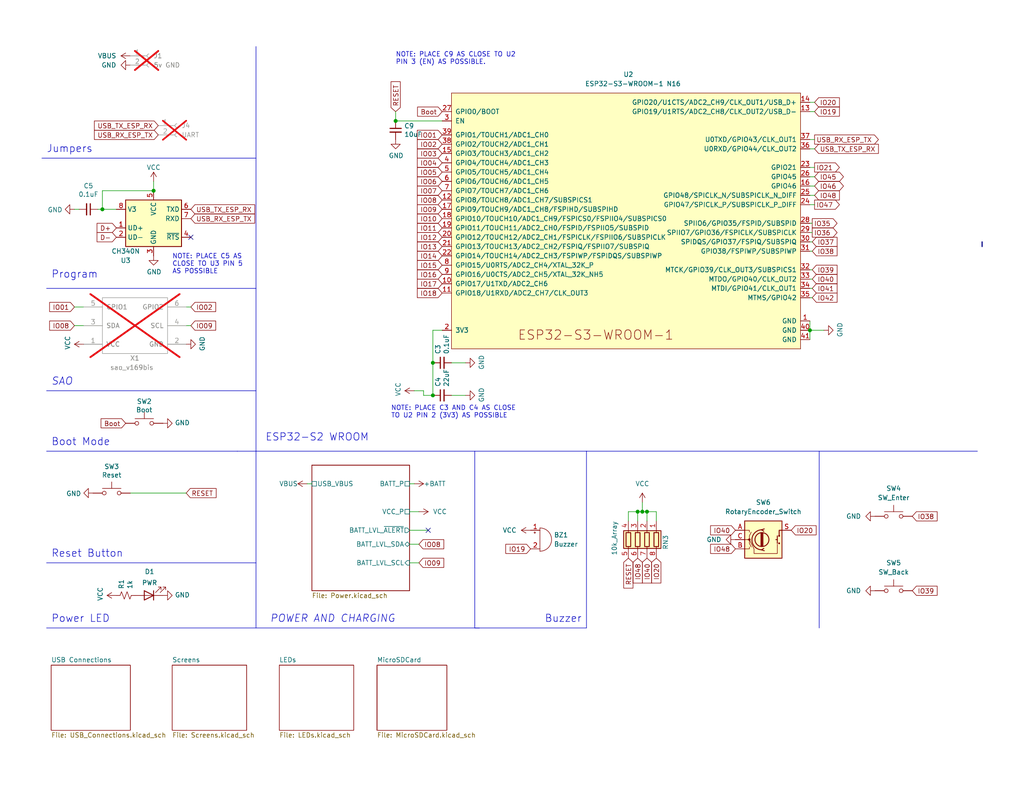
<source format=kicad_sch>
(kicad_sch (version 20231120) (generator "eeschema") (generator_version "8.0")
  (paper "USLetter")
  (title_block (title "CactusCon") (date "2024-11-23") (rev "v1.3") (company "BadgePirates") (comment 1 "2 Input Buttons  /Rotary Dial / SPI TFT w/Touch") (comment 2 "Lipo Charger / 14500 Battery x2 / Fuel Guage") (comment 3 "USB to Serial Connector / MicroSD / Buzzer") (comment 4 "ESP32-S3 WROOM (WIFI/BTLE) - N16"))
  (lib_symbols
    (symbol "BadgePirates:Badgelife_sao_connector_v169bis" (pin_names (offset 1.016))
      (property "Reference" "X" (at 0 0 0))
      (property "Value" "Badgelife_sao_connector_v169bis" (at 0 20.32 0))
      (symbol "Badgelife_sao_connector_v169bis_0_1"
        (rectangle (start -7.62 8.89) (end 7.62 -8.89))
      )
      (symbol "Badgelife_sao_connector_v169bis_1_1"
        (pin input line (at -5.08 13.97 270) (length 5.08) (name "VCC") (number "1"))
        (pin input line (at -5.08 -13.97 90) (length 5.08) (name "GND") (number "2"))
        (pin input line (at 0 13.97 270) (length 5.08) (name "SDA") (number "3"))
        (pin input line (at 0 -13.97 90) (length 5.08) (name "SCL") (number "4"))
        (pin input line (at 5.08 13.97 270) (length 5.08) (name "GPIO1") (number "5"))
        (pin input line (at 5.08 -13.97 90) (length 5.08) (name "GPIO2") (number "6"))
      )
    )
    (symbol "BadgePirates:CH330N"
      (property "Reference" "U3" (at -7.62 -11.43 0))
      (property "Value" "CH340N" (at -7.62 -8.89 0))
      (symbol "CH330N_0_1"
        (rectangle (start -7.62 5.08) (end 7.62 -7.62) (stroke (width 0.254)) (fill (type background)))
      )
      (symbol "CH330N_1_1"
        (pin bidirectional line (at -10.16 -2.54 0) (length 2.54) (name "UD+") (number "1"))
        (pin bidirectional line (at -10.16 -5.08 0) (length 2.54) (name "UD-") (number "2"))
        (pin power_in line (at 0 -10.16 90) (length 2.54) (name "GND") (number "3"))
        (pin output line (at 10.16 -5.08 180) (length 2.54) (name "~{RTS}") (number "4"))
        (pin power_in line (at 0 7.62 270) (length 2.54) (name "VCC") (number "5"))
        (pin output line (at 10.16 2.54 180) (length 2.54) (name "TXD") (number "6"))
        (pin input line (at 10.16 0 180) (length 2.54) (name "RXD") (number "7"))
        (pin passive line (at -10.16 2.54 0) (length 2.54) (name "V3") (number "8"))
      )
    )
    (symbol "BadgePirates:C_.1uf_0805" (pin_numbers hide) (pin_names (offset 0.254) hide)
      (property "Reference" "C_.1uf_0805" (at 2.3368 1.1684 0))
      (property "Value" "0.1uF" (at 2.3368 -1.143 0))
      (symbol "C_.1uf_0805_0_1"
        (polyline (pts (xy -1.524 -0.508) (xy 1.524 -0.508)) (stroke (width 0.3302)))
        (polyline (pts (xy -1.524 0.508) (xy 1.524 0.508)) (stroke (width 0.3048)))
      )
      (symbol "C_.1uf_0805_1_1"
        (pin passive line (at 0 2.54 270) (length 2.032) (name "~") (number "1"))
        (pin passive line (at 0 -2.54 90) (length 2.032) (name "~") (number "2"))
      )
    )
    (symbol "BadgePirates:ESP32-S3-WROOM-1-N8" (pin_names (offset 1.016))
      (property "Reference" "U2" (at 8.89 39.37 0))
      (property "Value" "ESP32-S3-WROOM-1-N8" (at 10.16 36.83 0))
      (symbol "ESP32-S3-WROOM-1-N8_0_0"
        (rectangle (start -39.37 34.29) (end 55.88 -35.56) (fill (type background)))
        (text "ESP32-S3-WROOM-1" (at 0 -31.75 0) (effects (font (size 2.54 2.54))))
        (pin power_in line (at 58.42 -27.94 180) (length 2.54) (name "GND") (number "1"))
        (pin bidirectional line (at -41.91 -17.78 0) (length 2.54) (name "GPIO17/U1TXD/ADC2_CH6") (number "10"))
        (pin bidirectional line (at -41.91 -20.32 0) (length 2.54) (name "GPIO18/U1RXD/ADC2_CH7/CLK_OUT3") (number "11"))
        (pin bidirectional line (at -41.91 5.08 0) (length 2.54) (name "GPIO8/TOUCH8/ADC1_CH7/SUBSPICS1") (number "12"))
        (pin bidirectional line (at 58.42 29.21 180) (length 2.54) (name "GPIO19/U1RTS/ADC2_CH8/CLK_OUT2/USB_D-") (number "13"))
        (pin bidirectional line (at 58.42 31.75 180) (length 2.54) (name "GPIO20/U1CTS/ADC2_CH9/CLK_OUT1/USB_D+") (number "14"))
        (pin bidirectional line (at -41.91 17.78 0) (length 2.54) (name "GPIO3/TOUCH3/ADC1_CH2") (number "15"))
        (pin bidirectional line (at 58.42 8.89 180) (length 2.54) (name "GPIO46") (number "16"))
        (pin bidirectional line (at -41.91 2.54 0) (length 2.54) (name "GPIO9/TOUCH9/ADC1_CH8/FSPIHD/SUBSPIHD") (number "17"))
        (pin bidirectional line (at -41.91 0 0) (length 2.54) (name "GPIO10/TOUCH10/ADC1_CH9/FSPICS0/FSPIIO4/SUBSPICS0") (number "18"))
        (pin bidirectional line (at -41.91 -2.54 0) (length 2.54) (name "GPIO11/TOUCH11/ADC2_CH0/FSPID/FSPIIO5/SUBSPID") (number "19"))
        (pin power_in line (at -41.91 -30.48 0) (length 2.54) (name "3V3") (number "2"))
        (pin bidirectional line (at -41.91 -5.08 0) (length 2.54) (name "GPIO12/TOUCH12/ADC2_CH1/FSPICLK/FSPIIO6/SUBSPICLK") (number "20"))
        (pin bidirectional line (at -41.91 -7.62 0) (length 2.54) (name "GPIO13/TOUCH13/ADC2_CH2/FSPIQ/FSPIIO7/SUBSPIQ") (number "21"))
        (pin bidirectional line (at -41.91 -10.16 0) (length 2.54) (name "GPIO14/TOUCH14/ADC2_CH3/FSPIWP/FSPIDQS/SUBSPIWP") (number "22"))
        (pin bidirectional line (at 58.42 13.97 180) (length 2.54) (name "GPIO21") (number "23"))
        (pin bidirectional line (at 58.42 3.81 180) (length 2.54) (name "GPIO47/SPICLK_P/SUBSPICLK_P_DIFF") (number "24"))
        (pin bidirectional line (at 58.42 6.35 180) (length 2.54) (name "GPIO48/SPICLK_N/SUBSPICLK_N_DIFF") (number "25"))
        (pin bidirectional line (at 58.42 11.43 180) (length 2.54) (name "GPIO45") (number "26"))
        (pin bidirectional line (at -41.91 29.21 0) (length 2.54) (name "GPIO0/BOOT") (number "27"))
        (pin bidirectional line (at 58.42 -1.27 180) (length 2.54) (name "SPIIO6/GPIO35/FSPID/SUBSPID") (number "28"))
        (pin bidirectional line (at 58.42 -3.81 180) (length 2.54) (name "SPIIO7/GPIO36/FSPICLK/SUBSPICLK") (number "29"))
        (pin input line (at -41.91 26.67 0) (length 2.54) (name "EN") (number "3"))
        (pin bidirectional line (at 58.42 -6.35 180) (length 2.54) (name "SPIDQS/GPIO37/FSPIQ/SUBSPIQ") (number "30"))
        (pin bidirectional line (at 58.42 -8.89 180) (length 2.54) (name "GPIO38/FSPIWP/SUBSPIWP") (number "31"))
        (pin bidirectional line (at 58.42 -13.97 180) (length 2.54) (name "MTCK/GPIO39/CLK_OUT3/SUBSPICS1") (number "32"))
        (pin bidirectional line (at 58.42 -16.51 180) (length 2.54) (name "MTDO/GPIO40/CLK_OUT2") (number "33"))
        (pin bidirectional line (at 58.42 -19.05 180) (length 2.54) (name "MTDI/GPIO41/CLK_OUT1") (number "34"))
        (pin bidirectional line (at 58.42 -21.59 180) (length 2.54) (name "MTMS/GPIO42") (number "35"))
        (pin bidirectional line (at 58.42 19.05 180) (length 2.54) (name "U0RXD/GPIO44/CLK_OUT2") (number "36"))
        (pin bidirectional line (at 58.42 21.59 180) (length 2.54) (name "U0TXD/GPIO43/CLK_OUT1") (number "37"))
        (pin bidirectional line (at -41.91 20.32 0) (length 2.54) (name "GPIO2/TOUCH2/ADC1_CH1") (number "38"))
        (pin bidirectional line (at -41.91 22.86 0) (length 2.54) (name "GPIO1/TOUCH1/ADC1_CH0") (number "39"))
        (pin bidirectional line (at -41.91 15.24 0) (length 2.54) (name "GPIO4/TOUCH4/ADC1_CH3") (number "4"))
        (pin power_in line (at 58.42 -30.48 180) (length 2.54) (name "GND") (number "40"))
        (pin power_in line (at 58.42 -33.02 180) (length 2.54) (name "GND") (number "41"))
        (pin bidirectional line (at -41.91 12.7 0) (length 2.54) (name "GPIO5/TOUCH5/ADC1_CH4") (number "5"))
        (pin bidirectional line (at -41.91 10.16 0) (length 2.54) (name "GPIO6/TOUCH6/ADC1_CH5") (number "6"))
        (pin bidirectional line (at -41.91 7.62 0) (length 2.54) (name "GPIO7/TOUCH7/ADC1_CH6") (number "7"))
        (pin bidirectional line (at -41.91 -12.7 0) (length 2.54) (name "GPIO15/U0RTS/ADC2_CH4/XTAL_32K_P") (number "8"))
        (pin bidirectional line (at -41.91 -15.24 0) (length 2.54) (name "GPIO16/U0CTS/ADC2_CH5/XTAL_32K_NH5") (number "9"))
      )
    )
    (symbol "BadgePirates:SW_Push" (pin_numbers hide) (pin_names (offset 1.016) hide)
      (property "Reference" "SW_Push" (at 0 7.239 0))
      (property "Value" "Reset" (at 0 4.9276 0))
      (symbol "SW_Push_0_1"
        (circle (center -2.032 0) (radius 0.508))
        (polyline (pts (xy 0 1.27) (xy 0 3.048)))
        (polyline (pts (xy 2.54 1.27) (xy -2.54 1.27)))
        (circle (center 2.032 0) (radius 0.508))
        (pin passive line (at -5.08 0 0) (length 2.54) (name "1") (number "1"))
        (pin passive line (at 5.08 0 180) (length 2.54) (name "2") (number "2"))
      )
    )
    (symbol "Connector:Conn_01x02_Female" (pin_names (offset 1.016) hide)
      (property "Reference" "J" (at 0 2.54 0))
      (property "Value" "Conn_01x02_Female" (at 0 -5.08 0))
      (symbol "Conn_01x02_Female_1_1"
        (arc (start 0 -2.032) (mid -0.5058 -2.54) (end 0 -3.048) (stroke (width 0.1524)))
        (polyline (pts (xy -1.27 -2.54) (xy -0.508 -2.54)) (stroke (width 0.1524)))
        (polyline (pts (xy -1.27 0) (xy -0.508 0)) (stroke (width 0.1524)))
        (arc (start 0 0.508) (mid -0.5058 0) (end 0 -0.508) (stroke (width 0.1524)))
        (pin passive line (at -5.08 0 0) (length 3.81) (name "Pin_1") (number "1"))
        (pin passive line (at -5.08 -2.54 0) (length 3.81) (name "Pin_2") (number "2"))
      )
    )
    (symbol "Device:Buzzer" (pin_names (offset 0.0254) hide)
      (property "Reference" "BZ" (at 3.81 1.27 0))
      (property "Value" "Buzzer" (at 3.81 -1.27 0))
      (symbol "Buzzer_0_1"
        (arc (start 0 -3.175) (mid 3.1612 0) (end 0 3.175))
        (polyline (pts (xy -1.651 1.905) (xy -1.143 1.905)))
        (polyline (pts (xy -1.397 2.159) (xy -1.397 1.651)))
        (polyline (pts (xy 0 3.175) (xy 0 -3.175)))
      )
      (symbol "Buzzer_1_1"
        (pin passive line (at -2.54 2.54 0) (length 2.54) (name "-") (number "1"))
        (pin passive line (at -2.54 -2.54 0) (length 2.54) (name "+") (number "2"))
      )
    )
    (symbol "Device:C_Small" (pin_numbers hide) (pin_names (offset 0.254) hide)
      (property "Reference" "C" (at 0.254 1.778 0))
      (property "Value" "C_Small" (at 0.254 -2.032 0))
      (symbol "C_Small_0_1"
        (polyline (pts (xy -1.524 -0.508) (xy 1.524 -0.508)) (stroke (width 0.3302)))
        (polyline (pts (xy -1.524 0.508) (xy 1.524 0.508)) (stroke (width 0.3048)))
      )
      (symbol "C_Small_1_1"
        (pin passive line (at 0 2.54 270) (length 2.032) (name "~") (number "1"))
        (pin passive line (at 0 -2.54 90) (length 2.032) (name "~") (number "2"))
      )
    )
    (symbol "Device:LED" (pin_numbers hide) (pin_names (offset 1.016) hide)
      (property "Reference" "D" (at 0 2.54 0))
      (property "Value" "LED" (at 0 -2.54 0))
      (symbol "LED_0_1"
        (polyline (pts (xy -1.27 -1.27) (xy -1.27 1.27)) (stroke (width 0.254)))
        (polyline (pts (xy -1.27 0) (xy 1.27 0)))
        (polyline (pts (xy 1.27 -1.27) (xy 1.27 1.27) (xy -1.27 0) (xy 1.27 -1.27)) (stroke (width 0.254)))
        (polyline (pts (xy -3.048 -0.762) (xy -4.572 -2.286) (xy -3.81 -2.286) (xy -4.572 -2.286) (xy -4.572 -1.524)))
        (polyline (pts (xy -1.778 -0.762) (xy -3.302 -2.286) (xy -2.54 -2.286) (xy -3.302 -2.286) (xy -3.302 -1.524)))
      )
      (symbol "LED_1_1"
        (pin passive line (at -3.81 0 0) (length 2.54) (name "K") (number "1"))
        (pin passive line (at 3.81 0 180) (length 2.54) (name "A") (number "2"))
      )
    )
    (symbol "Device:R_Pack04" (pin_names (offset 0) hide)
      (property "Reference" "RN" (at -7.62 0 90))
      (property "Value" "R_Pack04" (at 5.08 0 90))
      (symbol "R_Pack04_0_1"
        (rectangle (start -6.35 -2.413) (end 3.81 2.413) (stroke (width 0.254)) (fill (type background)))
        (rectangle (start -5.715 1.905) (end -4.445 -1.905) (stroke (width 0.254)))
        (rectangle (start -3.175 1.905) (end -1.905 -1.905) (stroke (width 0.254)))
        (rectangle (start -0.635 1.905) (end 0.635 -1.905) (stroke (width 0.254)))
        (polyline (pts (xy -5.08 -2.54) (xy -5.08 -1.905)))
        (polyline (pts (xy -5.08 1.905) (xy -5.08 2.54)))
        (polyline (pts (xy -2.54 -2.54) (xy -2.54 -1.905)))
        (polyline (pts (xy -2.54 1.905) (xy -2.54 2.54)))
        (polyline (pts (xy 0 -2.54) (xy 0 -1.905)))
        (polyline (pts (xy 0 1.905) (xy 0 2.54)))
        (polyline (pts (xy 2.54 -2.54) (xy 2.54 -1.905)))
        (polyline (pts (xy 2.54 1.905) (xy 2.54 2.54)))
        (rectangle (start 1.905 1.905) (end 3.175 -1.905) (stroke (width 0.254)))
      )
      (symbol "R_Pack04_1_1"
        (pin passive line (at -5.08 -5.08 90) (length 2.54) (name "R1.1") (number "1"))
        (pin passive line (at -2.54 -5.08 90) (length 2.54) (name "R2.1") (number "2"))
        (pin passive line (at 0 -5.08 90) (length 2.54) (name "R3.1") (number "3"))
        (pin passive line (at 2.54 -5.08 90) (length 2.54) (name "R4.1") (number "4"))
        (pin passive line (at 2.54 5.08 270) (length 2.54) (name "R4.2") (number "5"))
        (pin passive line (at 0 5.08 270) (length 2.54) (name "R3.2") (number "6"))
        (pin passive line (at -2.54 5.08 270) (length 2.54) (name "R2.2") (number "7"))
        (pin passive line (at -5.08 5.08 270) (length 2.54) (name "R1.2") (number "8"))
      )
    )
    (symbol "Device:R_Small_US" (pin_numbers hide) (pin_names (offset 0.254) hide)
      (property "Reference" "R" (at 0.762 0.508 0))
      (property "Value" "R_Small_US" (at 0.762 -1.016 0))
      (symbol "R_Small_US_1_1"
        (polyline (pts (xy 0 0) (xy 1.016 -0.381) (xy 0 -0.762) (xy -1.016 -1.143) (xy 0 -1.524)))
        (polyline (pts (xy 0 1.524) (xy 1.016 1.143) (xy 0 0.762) (xy -1.016 0.381) (xy 0 0)))
        (pin passive line (at 0 2.54 270) (length 1.016) (name "~") (number "1"))
        (pin passive line (at 0 -2.54 90) (length 1.016) (name "~") (number "2"))
      )
    )
    (symbol "RedVillage:RotaryEncoder_Switch" (pin_names (offset 0.254) hide)
      (property "Reference" "SW" (at 0 6.604 0))
      (property "Value" "RotaryEncoder_Switch" (at 0 -6.604 0))
      (symbol "RotaryEncoder_Switch_0_1"
        (rectangle (start -5.08 5.08) (end 5.08 -5.08) (stroke (width 0.254)) (fill (type background)))
        (circle (center -3.81 0) (radius 0.254) (fill (type outline)))
        (circle (center -0.381 0) (radius 1.905) (stroke (width 0.254)))
        (arc (start -0.381 2.667) (mid -3.0988 -0.0635) (end -0.381 -2.794) (stroke (width 0.254)))
        (polyline (pts (xy -0.635 -1.778) (xy -0.635 1.778)) (stroke (width 0.254)))
        (polyline (pts (xy -0.381 -1.778) (xy -0.381 1.778)) (stroke (width 0.254)))
        (polyline (pts (xy -0.127 1.778) (xy -0.127 -1.778)) (stroke (width 0.254)))
        (polyline (pts (xy 3.81 0) (xy 3.429 0)) (stroke (width 0.254)))
        (polyline (pts (xy 3.81 1.016) (xy 3.81 -1.016)) (stroke (width 0.254)))
        (polyline (pts (xy -5.08 -2.54) (xy -3.81 -2.54) (xy -3.81 -2.032)))
        (polyline (pts (xy -5.08 2.54) (xy -3.81 2.54) (xy -3.81 2.032)))
        (polyline (pts (xy 0.254 -3.048) (xy -0.508 -2.794) (xy 0.127 -2.413)) (stroke (width 0.254)))
        (polyline (pts (xy 0.254 2.921) (xy -0.508 2.667) (xy 0.127 2.286)) (stroke (width 0.254)))
        (polyline (pts (xy 5.08 2.54) (xy 4.318 2.54) (xy 4.318 1.016)) (stroke (width 0.254)))
        (polyline (pts (xy -5.08 0) (xy -3.81 0) (xy -3.81 -1.016) (xy -3.302 -2.032)))
        (polyline (pts (xy -4.318 0) (xy -3.81 0) (xy -3.81 1.016) (xy -3.302 2.032)))
        (polyline (pts (xy 3.81 -1.27) (xy 3.81 -3.81) (xy -2.54 -3.81) (xy -2.54 -2.54) (xy -3.81 0)) (stroke (width 0.1524)))
        (circle (center 4.318 -1.016) (radius 0.127) (stroke (width 0.254)))
        (circle (center 4.318 1.016) (radius 0.127) (stroke (width 0.254)))
      )
      (symbol "RotaryEncoder_Switch_1_1"
        (pin passive line (at -7.62 2.54 0) (length 2.54) (name "A") (number "A"))
        (pin passive line (at -7.62 -2.54 0) (length 2.54) (name "B") (number "B"))
        (pin passive line (at -7.62 0 0) (length 2.54) (name "C") (number "C"))
        (pin passive line (at 7.62 2.54 180) (length 2.54) (name "S") (number "S"))
      )
    )
    (symbol "Switch:SW_Push" (pin_numbers hide) (pin_names (offset 1.016) hide)
      (property "Reference" "SW" (at 1.27 2.54 0))
      (property "Value" "SW_Push" (at 0 -1.524 0))
      (symbol "SW_Push_0_1"
        (circle (center -2.032 0) (radius 0.508))
        (polyline (pts (xy 0 1.27) (xy 0 3.048)))
        (polyline (pts (xy 2.54 1.27) (xy -2.54 1.27)))
        (circle (center 2.032 0) (radius 0.508))
        (pin passive line (at -5.08 0 0) (length 2.54) (name "1") (number "1"))
        (pin passive line (at 5.08 0 180) (length 2.54) (name "2") (number "2"))
      )
    )
    (symbol "VCC_2" (power) (pin_names (offset 0))
      (property "Value" "VCC_2" (at 0 3.81 0))
      (symbol "VCC_2_0_1"
        (polyline (pts (xy -0.762 1.27) (xy 0 2.54)))
        (polyline (pts (xy 0 0) (xy 0 2.54)))
        (polyline (pts (xy 0 2.54) (xy 0.762 1.27)))
      )
      (symbol "VCC_2_1_1"
        (pin power_in line (at 0 0 90) (length 0) hide (name "VCC") (number "1"))
      )
    )
    (symbol "power:+BATT" (power) (pin_names (offset 0))
      (property "Value" "+BATT" (at 0 3.556 0))
      (symbol "+BATT_0_1"
        (polyline (pts (xy -0.762 1.27) (xy 0 2.54)))
        (polyline (pts (xy 0 0) (xy 0 2.54)))
        (polyline (pts (xy 0 2.54) (xy 0.762 1.27)))
      )
      (symbol "+BATT_1_1"
        (pin power_in line (at 0 0 90) (length 0) hide (name "+BATT") (number "1"))
      )
    )
    (symbol "power:GND" (power) (pin_names (offset 0))
      (property "Value" "GND" (at 0 -3.81 0))
      (symbol "GND_0_1"
        (polyline (pts (xy 0 0) (xy 0 -1.27) (xy 1.27 -1.27) (xy 0 -2.54) (xy -1.27 -1.27) (xy 0 -1.27)))
      )
      (symbol "GND_1_1"
        (pin power_in line (at 0 0 270) (length 0) hide (name "GND") (number "1"))
      )
    )
    (symbol "power:VBUS" (power) (pin_names (offset 0))
      (property "Value" "VBUS" (at 0 3.81 0))
      (symbol "VBUS_0_1"
        (polyline (pts (xy -0.762 1.27) (xy 0 2.54)))
        (polyline (pts (xy 0 0) (xy 0 2.54)))
        (polyline (pts (xy 0 2.54) (xy 0.762 1.27)))
      )
      (symbol "VBUS_1_1"
        (pin power_in line (at 0 0 90) (length 0) hide (name "VBUS") (number "1"))
      )
    )
    (symbol "power:VCC" (power) (pin_names (offset 0))
      (property "Value" "VCC" (at 0 3.81 0))
      (symbol "VCC_0_1"
        (polyline (pts (xy -0.762 1.27) (xy 0 2.54)))
        (polyline (pts (xy 0 0) (xy 0 2.54)))
        (polyline (pts (xy 0 2.54) (xy 0.762 1.27)))
      )
      (symbol "VCC_1_1"
        (pin power_in line (at 0 0 90) (length 0) hide (name "VCC") (number "1"))
      )
    )
  )
  (junction (at 27.94 57.15))
  (junction (at 118.11 107.95))
  (junction (at 107.95 33.02))
  (junction (at 41.91 52.07))
  (junction (at 176.53 139.7))
  (junction (at 173.99 139.7))
  (junction (at 175.26 139.7))
  (junction (at 220.98 90.17))
  (junction (at 118.11 99.06))
  (no_connect (at 52.07 64.77))
  (no_connect (at 116.84 144.78))
  (wire (pts (xy 179.07 142.24) (xy 179.07 139.7)))
  (wire (pts (xy 111.76 148.59) (xy 114.3 148.59)))
  (wire (pts (xy 221.615 81.28) (xy 220.98 81.28)))
  (wire (pts (xy 118.11 90.17) (xy 120.65 90.17)))
  (polyline (pts (xy 64.77 123.19) (xy 69.85 123.19)))
  (wire (pts (xy 20.32 83.82) (xy 22.86 83.82)))
  (wire (pts (xy 118.11 99.06) (xy 118.11 90.17)))
  (wire (pts (xy 26.67 57.15) (xy 27.94 57.15)))
  (wire (pts (xy 123.19 99.06) (xy 127 99.06)))
  (wire (pts (xy 173.99 139.7) (xy 175.26 139.7)))
  (wire (pts (xy 220.98 50.8) (xy 222.25 50.8)))
  (wire (pts (xy 221.615 76.2) (xy 220.98 76.2)))
  (wire (pts (xy 111.76 144.78) (xy 116.84 144.78)))
  (wire (pts (xy 173.99 139.7) (xy 173.99 142.24)))
  (wire (pts (xy 220.98 90.17) (xy 220.98 92.71)))
  (wire (pts (xy 176.53 139.7) (xy 176.53 142.24)))
  (polyline (pts (xy 129.54 123.19) (xy 129.54 171.45)))
  (wire (pts (xy 220.98 38.1) (xy 222.25 38.1)))
  (wire (pts (xy 175.26 139.7) (xy 175.26 137.16)))
  (wire (pts (xy 41.91 49.53) (xy 41.91 52.07)))
  (wire (pts (xy 221.615 63.5) (xy 220.98 63.5)))
  (wire (pts (xy 222.25 53.34) (xy 220.98 53.34)))
  (wire (pts (xy 220.98 55.88) (xy 222.25 55.88)))
  (wire (pts (xy 220.98 27.94) (xy 222.25 27.94)))
  (polyline (pts (xy 12.7 171.45) (xy 160.02 171.45)))
  (polyline (pts (xy 69.85 153.67) (xy 12.7 153.67)))
  (wire (pts (xy 85.09 132.08) (xy 83.82 132.08)))
  (polyline (pts (xy 223.52 123.19) (xy 223.52 171.45)))
  (wire (pts (xy 20.32 88.9) (xy 22.86 88.9)))
  (polyline (pts (xy 11.43 43.18) (xy 69.85 43.18)))
  (polyline (pts (xy 69.85 12.7) (xy 69.85 171.45)))
  (wire (pts (xy 220.98 90.17) (xy 224.79 90.17)))
  (wire (pts (xy 50.8 83.82) (xy 52.07 83.82)))
  (wire (pts (xy 220.98 87.63) (xy 220.98 90.17)))
  (wire (pts (xy 221.615 73.66) (xy 220.98 73.66)))
  (polyline (pts (xy 12.7 106.68) (xy 69.85 106.68)))
  (polyline (pts (xy 160.02 123.19) (xy 160.02 171.45)))
  (wire (pts (xy 115.57 107.95) (xy 118.11 107.95)))
  (wire (pts (xy 220.98 48.26) (xy 222.25 48.26)))
  (wire (pts (xy 20.32 57.15) (xy 21.59 57.15)))
  (wire (pts (xy 221.615 60.96) (xy 220.98 60.96)))
  (polyline (pts (xy 129.54 171.45) (xy 130.81 171.45)))
  (wire (pts (xy 171.45 142.24) (xy 171.45 139.7)))
  (polyline (pts (xy 69.85 123.19) (xy 160.02 123.19)))
  (wire (pts (xy 107.95 33.02) (xy 120.65 33.02)))
  (wire (pts (xy 221.615 78.74) (xy 220.98 78.74)))
  (polyline (pts (xy 160.02 123.19) (xy 266.7 123.19)))
  (wire (pts (xy 114.3 139.7) (xy 111.76 139.7)))
  (wire (pts (xy 115.57 106.68) (xy 113.03 106.68)))
  (wire (pts (xy 221.615 68.58) (xy 220.98 68.58)))
  (wire (pts (xy 220.98 45.72) (xy 222.25 45.72)))
  (wire (pts (xy 115.57 106.68) (xy 115.57 107.95)))
  (wire (pts (xy 179.07 139.7) (xy 176.53 139.7)))
  (wire (pts (xy 221.615 66.04) (xy 220.98 66.04)))
  (wire (pts (xy 222.25 30.48) (xy 220.98 30.48)))
  (polyline (pts (xy 12.7 78.74) (xy 69.85 78.74)))
  (wire (pts (xy 176.53 139.7) (xy 175.26 139.7)))
  (wire (pts (xy 171.45 139.7) (xy 173.99 139.7)))
  (wire (pts (xy 107.95 30.48) (xy 107.95 33.02)))
  (wire (pts (xy 220.98 40.64) (xy 222.25 40.64)))
  (wire (pts (xy 118.11 99.06) (xy 118.11 107.95)))
  (wire (pts (xy 27.94 52.07) (xy 41.91 52.07)))
  (wire (pts (xy 35.56 134.62) (xy 50.8 134.62)))
  (wire (pts (xy 111.76 153.67) (xy 114.3 153.67)))
  (wire (pts (xy 113.03 132.08) (xy 111.76 132.08)))
  (polyline (pts (xy 12.7 123.19) (xy 64.77 123.19)))
  (wire (pts (xy 27.94 52.07) (xy 27.94 57.15)))
  (wire (pts (xy 50.8 88.9) (xy 52.07 88.9)))
  (bus (pts (xy 267.97 66.04) (xy 267.97 67.31)))
  (wire (pts (xy 27.94 57.15) (xy 31.75 57.15)))
  (wire (pts (xy 127 107.95) (xy 123.19 107.95)))
  (text "Buzzer\n" (at 148.59 170.18 0) (effects (font (size 2 2)) (justify left bottom)))
  (text "POWER AND CHARGING" (at 73.66 170.18 0) (effects (font (size 2.0066 2.0066) (italic yes)) (justify left bottom)))
  (text "SAO" (at 13.97 105.41 0) (effects (font (size 2.0066 2.0066) (italic yes)) (justify left bottom)))
  (text "Power LED" (at 13.97 170.18 0) (effects (font (size 2.0066 2.0066)) (justify left bottom)))
  (text "Jumpers\n" (at 12.7 41.91 0) (effects (font (size 2.0066 2.0066)) (justify left bottom)))
  (text "ESP32-S2 WROOM" (at 72.39 120.65 0) (effects (font (size 2 2)) (justify left bottom)))
  (text "NOTE: PLACE C5 AS\nCLOSE TO U3 PIN 5\nAS POSSIBLE" (at 46.99 74.93 0) (effects (font (size 1.27 1.27)) (justify left bottom)))
  (text "Program" (at 13.97 76.2 0) (effects (font (size 2.0066 2.0066)) (justify left bottom)))
  (text "Boot Mode" (at 13.97 121.92 0) (effects (font (size 2.0066 2.0066)) (justify left bottom)))
  (text "NOTE: PLACE C3 AND C4 AS CLOSE\nTO U2 PIN 2 (3V3) AS POSSIBLE" (at 106.68 114.3 0) (effects (font (size 1.27 1.27)) (justify left bottom)))
  (text "Reset Button\n" (at 13.97 152.4 0) (effects (font (size 2.0066 2.0066)) (justify left bottom)))
  (text "NOTE: PLACE C9 AS CLOSE TO U2\nPIN 3 (EN) AS POSSIBLE." (at 107.95 17.78 0) (effects (font (size 1.27 1.27)) (justify left bottom)))
  (global_label "IO48" (shape input) (at 222.25 53.34 0) (property "Intersheetrefs" "${INTERSHEET_REFS}" (effects (hide yes))))
  (global_label "IO02" (shape input) (at 120.65 39.37 180) (property "Intersheetrefs" "${INTERSHEET_REFS}" (effects (hide yes))))
  (global_label "Boot" (shape input) (at 120.65 30.48 180) (property "Intersheetrefs" "${INTERSHEET_REFS}" (effects (hide yes))))
  (global_label "IO12" (shape input) (at 120.65 64.77 180) (property "Intersheetrefs" "${INTERSHEET_REFS}" (effects (hide yes))))
  (global_label "IO40" (shape input) (at 221.615 76.2 0) (property "Intersheetrefs" "${INTERSHEET_REFS}" (effects (hide yes))))
  (global_label "USB_TX_ESP_RX" (shape input) (at 222.25 40.64 0) (property "Intersheetrefs" "${INTERSHEET_REFS}" (effects (hide yes))))
  (global_label "IO15" (shape input) (at 120.65 72.39 180) (property "Intersheetrefs" "${INTERSHEET_REFS}" (effects (hide yes))))
  (global_label "IO16" (shape input) (at 120.65 74.93 180) (property "Intersheetrefs" "${INTERSHEET_REFS}" (effects (hide yes))))
  (global_label "IO01" (shape input) (at 120.65 36.83 180) (property "Intersheetrefs" "${INTERSHEET_REFS}" (effects (hide yes))))
  (global_label "IO39" (shape input) (at 248.92 161.29 0) (property "Intersheetrefs" "${INTERSHEET_REFS}" (effects (hide yes))))
  (global_label "USB_TX_ESP_RX" (shape input) (at 43.18 34.29 180) (property "Intersheetrefs" "${INTERSHEET_REFS}" (effects (hide yes))))
  (global_label "IO04" (shape input) (at 120.65 44.45 180) (property "Intersheetrefs" "${INTERSHEET_REFS}" (effects (hide yes))))
  (global_label "IO05" (shape input) (at 120.65 46.99 180) (property "Intersheetrefs" "${INTERSHEET_REFS}" (effects (hide yes))))
  (global_label "IO09" (shape input) (at 114.3 153.67 0) (property "Intersheetrefs" "${INTERSHEET_REFS}" (effects (hide yes))))
  (global_label "IO39" (shape input) (at 221.615 73.66 0) (property "Intersheetrefs" "${INTERSHEET_REFS}" (effects (hide yes))))
  (global_label "IO20" (shape input) (at 179.07 152.4 270) (property "Intersheetrefs" "${INTERSHEET_REFS}" (effects (hide yes))))
  (global_label "IO19" (shape input) (at 222.25 30.48 0) (property "Intersheetrefs" "${INTERSHEET_REFS}" (effects (hide yes))))
  (global_label "IO37" (shape input) (at 221.615 66.04 0) (property "Intersheetrefs" "${INTERSHEET_REFS}" (effects (hide yes))))
  (global_label "IO08" (shape input) (at 120.65 54.61 180) (property "Intersheetrefs" "${INTERSHEET_REFS}" (effects (hide yes))))
  (global_label "Boot" (shape input) (at 34.29 115.57 180) (property "Intersheetrefs" "${INTERSHEET_REFS}" (effects (hide yes))))
  (global_label "USB_RX_ESP_TX" (shape input) (at 52.07 59.69 0) (property "Intersheetrefs" "${INTERSHEET_REFS}" (effects (hide yes))))
  (global_label "IO35" (shape output) (at 221.615 60.96 0) (property "Intersheetrefs" "${INTERSHEET_REFS}" (effects (hide yes))))
  (global_label "IO45" (shape bidirectional) (at 222.25 48.26 0) (property "Intersheetrefs" "${INTERSHEET_REFS}" (effects (hide yes))))
  (global_label "IO03" (shape input) (at 120.65 41.91 180) (property "Intersheetrefs" "${INTERSHEET_REFS}" (effects (hide yes))))
  (global_label "IO10" (shape input) (at 120.65 59.69 180) (property "Intersheetrefs" "${INTERSHEET_REFS}" (effects (hide yes))))
  (global_label "IO48" (shape input) (at 200.66 149.86 180) (property "Intersheetrefs" "${INTERSHEET_REFS}" (effects (hide yes))))
  (global_label "IO47" (shape output) (at 222.25 55.88 0) (property "Intersheetrefs" "${INTERSHEET_REFS}" (effects (hide yes))))
  (global_label "IO08" (shape input) (at 20.32 88.9 180) (property "Intersheetrefs" "${INTERSHEET_REFS}" (effects (hide yes))))
  (global_label "IO20" (shape input) (at 222.25 27.94 0) (property "Intersheetrefs" "${INTERSHEET_REFS}" (effects (hide yes))))
  (global_label "IO07" (shape input) (at 120.65 52.07 180) (property "Intersheetrefs" "${INTERSHEET_REFS}" (effects (hide yes))))
  (global_label "IO11" (shape input) (at 120.65 62.23 180) (property "Intersheetrefs" "${INTERSHEET_REFS}" (effects (hide yes))))
  (global_label "RESET" (shape input) (at 107.95 30.48 90) (property "Intersheetrefs" "${INTERSHEET_REFS}" (effects (hide yes))))
  (global_label "IO02" (shape input) (at 52.07 83.82 0) (property "Intersheetrefs" "${INTERSHEET_REFS}" (effects (hide yes))))
  (global_label "IO14" (shape input) (at 120.65 69.85 180) (property "Intersheetrefs" "${INTERSHEET_REFS}" (effects (hide yes))))
  (global_label "IO17" (shape input) (at 120.65 77.47 180) (property "Intersheetrefs" "${INTERSHEET_REFS}" (effects (hide yes))))
  (global_label "IO20" (shape input) (at 215.9 144.78 0) (property "Intersheetrefs" "${INTERSHEET_REFS}" (effects (hide yes))))
  (global_label "IO01" (shape input) (at 20.32 83.82 180) (property "Intersheetrefs" "${INTERSHEET_REFS}" (effects (hide yes))))
  (global_label "IO41" (shape input) (at 221.615 78.74 0) (property "Intersheetrefs" "${INTERSHEET_REFS}" (effects (hide yes))))
  (global_label "IO40" (shape input) (at 176.53 152.4 270) (property "Intersheetrefs" "${INTERSHEET_REFS}" (effects (hide yes))))
  (global_label "USB_TX_ESP_RX" (shape input) (at 52.07 57.15 0) (property "Intersheetrefs" "${INTERSHEET_REFS}" (effects (hide yes))))
  (global_label "IO42" (shape input) (at 221.615 81.28 0) (property "Intersheetrefs" "${INTERSHEET_REFS}" (effects (hide yes))))
  (global_label "D+" (shape input) (at 31.75 62.23 180) (property "Intersheetrefs" "${INTERSHEET_REFS}" (effects (hide yes))))
  (global_label "IO18" (shape input) (at 120.65 80.01 180) (property "Intersheetrefs" "${INTERSHEET_REFS}" (effects (hide yes))))
  (global_label "IO19" (shape input) (at 144.78 149.86 180) (property "Intersheetrefs" "${INTERSHEET_REFS}" (effects (hide yes))))
  (global_label "USB_RX_ESP_TX" (shape input) (at 43.18 36.83 180) (property "Intersheetrefs" "${INTERSHEET_REFS}" (effects (hide yes))))
  (global_label "IO09" (shape input) (at 52.07 88.9 0) (property "Intersheetrefs" "${INTERSHEET_REFS}" (effects (hide yes))))
  (global_label "IO21" (shape output) (at 222.25 45.72 0) (property "Intersheetrefs" "${INTERSHEET_REFS}" (effects (hide yes))))
  (global_label "IO38" (shape input) (at 221.615 68.58 0) (property "Intersheetrefs" "${INTERSHEET_REFS}" (effects (hide yes))))
  (global_label "IO48" (shape input) (at 173.99 152.4 270) (property "Intersheetrefs" "${INTERSHEET_REFS}" (effects (hide yes))))
  (global_label "RESET" (shape input) (at 171.45 152.4 270) (property "Intersheetrefs" "${INTERSHEET_REFS}" (effects (hide yes))))
  (global_label "IO36" (shape output) (at 221.615 63.5 0) (property "Intersheetrefs" "${INTERSHEET_REFS}" (effects (hide yes))))
  (global_label "RESET" (shape input) (at 50.8 134.62 0) (property "Intersheetrefs" "${INTERSHEET_REFS}" (effects (hide yes))))
  (global_label "D-" (shape input) (at 31.75 64.77 180) (property "Intersheetrefs" "${INTERSHEET_REFS}" (effects (hide yes))))
  (global_label "IO09" (shape input) (at 120.65 57.15 180) (property "Intersheetrefs" "${INTERSHEET_REFS}" (effects (hide yes))))
  (global_label "IO38" (shape input) (at 248.92 140.97 0) (property "Intersheetrefs" "${INTERSHEET_REFS}" (effects (hide yes))))
  (global_label "IO08" (shape input) (at 114.3 148.59 0) (property "Intersheetrefs" "${INTERSHEET_REFS}" (effects (hide yes))))
  (global_label "USB_RX_ESP_TX" (shape output) (at 222.25 38.1 0) (property "Intersheetrefs" "${INTERSHEET_REFS}" (effects (hide yes))))
  (global_label "IO13" (shape input) (at 120.65 67.31 180) (property "Intersheetrefs" "${INTERSHEET_REFS}" (effects (hide yes))))
  (global_label "IO40" (shape input) (at 200.66 144.78 180) (property "Intersheetrefs" "${INTERSHEET_REFS}" (effects (hide yes))))
  (global_label "IO46" (shape bidirectional) (at 222.25 50.8 0) (property "Intersheetrefs" "${INTERSHEET_REFS}" (effects (hide yes))))
  (global_label "IO06" (shape input) (at 120.65 49.53 180) (property "Intersheetrefs" "${INTERSHEET_REFS}" (effects (hide yes))))
  (symbol (lib_id "Device:LED") (at 40.64 162.56 180) (unit 1)
    (property "Reference" "D1" (at 40.8178 156.083 0))
    (property "Value" "PWR" (at 40.8178 158.3944 0) (effects (justify bottom)))
    (property "Footprint" "BadgePirates:LED_1206" (effects (hide yes)))
    (property "Datasheet" "https://datasheet.lcsc.com/lcsc/2008201033_Foshan-NationStar-Optoelectronics-NCD1206C1_C84273.pdf" (effects (hide yes)))
    (property "MFG" "Foshan NationStar Optoelectronics" (effects (hide yes)))
    (property "MFG_PN" "NCD1206C1" (effects (hide yes)))
    (property "Vendor1" "LCSC" (effects (hide yes)))
    (property "Vendor1_PN" "C84273" (effects (hide yes)))
    (property "Vendor1_URL" "https://www.lcsc.com/product-detail/Light-Emitting-Diodes-LED_Foshan-NationStar-Optoelectronics-NCD1206C1_C84273.html" (effects (hide yes)))
  )
  (symbol (lib_id "power:GND") (at 224.79 90.17 90) (unit 1)
    (property "Reference" "#PWR025" (effects (hide yes)))
    (property "Value" "GND" (at 229.1842 90.043 0))
  )
  (symbol (lib_id "BadgePirates:C_.1uf_0805") (at 120.65 99.06 90) (unit 1)
    (property "Reference" "C3" (at 119.4816 96.7232 0) (effects (justify left)))
    (property "Value" "0.1uF" (at 121.793 96.7232 0) (effects (justify left)))
    (property "Footprint" "BadgePirates:C_0805_2012Metric" (effects (hide yes)))
    (property "Datasheet" "https://datasheet.lcsc.com/lcsc/2304140030_TORCH-CT41G-0805-2X1-50V-0-1-F-K-N_C126469.pdf" (effects (hide yes)))
    (property "MFG" "TORCH " (effects (hide yes)))
    (property "MFG_PN" "CT41G-0805-2X1-50V-0.1μF-K(N)" (effects (hide yes)))
    (property "Vendor1" "LCSC" (effects (hide yes)))
    (property "Vendor1_PN" "C126469" (effects (hide yes)))
    (property "Vendor1_URL" "https://www.lcsc.com/product-detail/Multilayer-Ceramic-Capacitors-MLCC-SMD-SMT_TORCH-CT41G-0805-2X1-50V-0-1-F-K-N_C126469.html" (effects (hide yes)))
  )
  (symbol (lib_id "Device:C_Small") (at 120.65 107.95 90) (unit 1)
    (property "Reference" "C4" (at 119.4816 105.6132 0) (effects (justify left)))
    (property "Value" "22uF" (at 121.793 105.6132 0) (effects (justify left)))
    (property "Footprint" "BadgePirates:C_0805_2012Metric" (effects (hide yes)))
    (property "Datasheet" "https://datasheet.lcsc.com/lcsc/2006102223_Samsung-Electro-Mechanics-CL21A226MAYNNNE_C602037.pdf" (effects (hide yes)))
    (property "MFG" "Samsung Electro-Mechanics" (effects (hide yes)))
    (property "MFG_PN" "CL21A226MAYNNNE" (effects (hide yes)))
    (property "Vendor1" "LCSC" (effects (hide yes)))
    (property "Vendor1_PN" "C602037" (effects (hide yes)))
    (property "Vendor1_URL" "https://www.lcsc.com/product-detail/Multilayer-Ceramic-Capacitors-MLCC-SMD-SMT_Samsung-Electro-Mechanics-CL21A226MAYNNNE_C602037.html" (effects (hide yes)))
  )
  (symbol (lib_id "power:VCC") (at 31.75 162.56 90) (unit 1)
    (property "Reference" "#PWR06" (effects (hide yes)))
    (property "Value" "VCC" (at 27.3558 162.179 0))
  )
  (symbol (lib_id "power:VCC") (at 113.03 106.68 90) (unit 1)
    (property "Reference" "#PWR016" (effects (hide yes)))
    (property "Value" "VCC" (at 108.6358 106.299 0))
  )
  (symbol (lib_id "power:GND") (at 127 107.95 90) (unit 1)
    (property "Reference" "#PWR018" (effects (hide yes)))
    (property "Value" "GND" (at 131.3942 107.823 0))
  )
  (symbol (lib_id "power:GND") (at 127 99.06 90) (unit 1)
    (property "Reference" "#PWR017" (effects (hide yes)))
    (property "Value" "GND" (at 131.3942 98.933 0))
  )
  (symbol (lib_id "power:GND") (at 44.45 162.56 90) (unit 1)
    (property "Reference" "#PWR010" (effects (hide yes)))
    (property "Value" "GND" (at 47.7012 162.433 90) (effects (justify right)))
  )
  (symbol (lib_id "Device:R_Small_US") (at 34.29 162.56 90) (unit 1)
    (property "Reference" "R1" (at 33.1216 160.8328 0) (effects (justify left)))
    (property "Value" "1k" (at 35.433 160.8328 0) (effects (justify left)))
    (property "Footprint" "BadgePirates:R_1206_3216Metric" (effects (hide yes)))
    (property "Datasheet" "https://datasheet.lcsc.com/lcsc/1810231210_YAGEO-RC1206FR-071KL_C131398.pdf" (effects (hide yes)))
    (property "MFG" "YAGEO" (effects (hide yes)))
    (property "MFG_PN" "RC1206FR-071KL" (effects (hide yes)))
    (property "Vendor1" "LCSC" (effects (hide yes)))
    (property "Vendor1_PN" "C131398" (effects (hide yes)))
    (property "Vendor1_URL" "https://www.lcsc.com/product-detail/Chip-Resistor-Surface-Mount_YAGEO-RC1206FR-071KL_C131398.html" (effects (hide yes)))
  )
  (symbol (lib_id "BadgePirates:CH330N") (at 41.91 59.69 0) (unit 1)
    (property "Reference" "U3" (at 34.29 71.12 0))
    (property "Value" "CH340N" (at 34.29 68.58 0))
    (property "Footprint" "BadgePirates:SOIC-8-1EP_W3.9mm" (effects (hide yes)))
    (property "Datasheet" "http://www.wch.cn/downloads/file/240.html" (effects (hide yes)))
    (property "MFG" "WCH(Jiangsu Qin Heng)" (effects (hide yes)))
    (property "MFG_PN" "CH340N" (effects (hide yes)))
    (property "Vendor1" "LCSC" (effects (hide yes)))
    (property "Vendor1_PN" "C2977777" (effects (hide yes)))
    (property "Vendor1_URL" "https://www.lcsc.com/product-detail/USB-ICs_WCH-Jiangsu-Qin-Heng-CH340N_C2977777.html" (effects (hide yes)))
  )
  (symbol (lib_id "power:GND") (at 41.91 69.85 0) (unit 1)
    (property "Reference" "#PWR034" (effects (hide yes)))
    (property "Value" "GND" (at 42.037 74.2442 0))
  )
  (symbol (lib_id "BadgePirates:C_.1uf_0805") (at 24.13 57.15 270) (unit 1)
    (property "Reference" "C5" (at 24.13 50.7492 90))
    (property "Value" "0.1uF" (at 24.13 53.0606 90))
    (property "Footprint" "BadgePirates:C_0805_2012Metric" (effects (hide yes)))
    (property "Datasheet" "https://datasheet.lcsc.com/lcsc/2304140030_TORCH-CT41G-0805-2X1-50V-0-1-F-K-N_C126469.pdf" (effects (hide yes)))
    (property "MFG" "TORCH " (effects (hide yes)))
    (property "MFG_PN" "CT41G-0805-2X1-50V-0.1μF-K(N)" (effects (hide yes)))
    (property "Vendor1" "LCSC" (effects (hide yes)))
    (property "Vendor1_PN" "C126469" (effects (hide yes)))
    (property "Vendor1_URL" "https://www.lcsc.com/product-detail/Multilayer-Ceramic-Capacitors-MLCC-SMD-SMT_TORCH-CT41G-0805-2X1-50V-0-1-F-K-N_C126469.html" (effects (hide yes)))
  )
  (symbol (lib_id "power:GND") (at 20.32 57.15 270) (unit 1)
    (property "Reference" "#PWR026" (effects (hide yes)))
    (property "Value" "GND" (at 17.0688 57.277 90) (effects (justify right)))
  )
  (symbol (lib_id "Switch:SW_Push") (at 30.48 134.62 0) (unit 1)
    (property "Reference" "SW3" (at 30.48 127.381 0))
    (property "Value" "Reset" (at 30.48 129.6924 0))
    (property "Footprint" "BadgePirates:Switch_Tactile_SMD_B3U-1000P-BPVersion" (effects (hide yes)))
    (property "Datasheet" "https://datasheet.lcsc.com/lcsc/1810010153_Omron-Electronics-B3U-1000P_C231329.pdf" (effects (hide yes)))
    (property "MFG" "Omron Electronics" (effects (hide yes)))
    (property "MFG_PN" "B3U-1000P" (effects (hide yes)))
    (property "Vendor1" "LCSC" (effects (hide yes)))
    (property "Vendor1_PN" "C231329" (effects (hide yes)))
    (property "Vendor1_URL" "https://www.lcsc.com/product-detail/_Omron-Electronics-_C231329.html" (effects (hide yes)))
  )
  (symbol (lib_id "power:GND") (at 25.4 134.62 270) (unit 1)
    (property "Reference" "#PWR02" (effects (hide yes)))
    (property "Value" "GND" (at 22.1488 134.747 90) (effects (justify right)))
  )
  (symbol (lib_id "power:VCC") (at 41.91 49.53 0) (unit 1)
    (property "Reference" "#PWR033" (effects (hide yes)))
    (property "Value" "VCC" (at 41.91 45.72 0))
  )
  (symbol (lib_id "power:GND") (at 50.8 93.98 90) (unit 1)
    (property "Reference" "#PWR040" (effects (hide yes)))
    (property "Value" "GND" (at 55.1942 93.853 0))
  )
  (symbol (lib_id "power:VCC") (at 22.86 93.98 90) (unit 1)
    (property "Reference" "#PWR030" (effects (hide yes)))
    (property "Value" "VCC" (at 18.4658 93.599 0))
  )
  (symbol (lib_id "BadgePirates:SW_Push") (at 39.37 115.57 0) (unit 1)
    (property "Reference" "SW2" (at 39.37 109.601 0))
    (property "Value" "Boot" (at 39.37 111.9124 0))
    (property "Footprint" "BadgePirates:Switch_Tactile_SMD_B3U-1000P-BPVersion" (effects (hide yes)))
    (property "Datasheet" "https://datasheet.lcsc.com/lcsc/1810010153_Omron-Electronics-B3U-1000P_C231329.pdf" (effects (hide yes)))
    (property "MFG" "Omron Electronics" (effects (hide yes)))
    (property "MFG_PN" "B3U-1000P" (effects (hide yes)))
    (property "Vendor1" "LCSC" (effects (hide yes)))
    (property "Vendor1_PN" "C231329" (effects (hide yes)))
    (property "Vendor1_URL" "https://www.lcsc.com/product-detail/_Omron-Electronics-_C231329.html" (effects (hide yes)))
  )
  (symbol (lib_id "power:GND") (at 44.45 115.57 90) (unit 1)
    (property "Reference" "#PWR09" (effects (hide yes)))
    (property "Value" "GND" (at 47.7012 115.443 90) (effects (justify right)))
  )
  (symbol (lib_id "power:+BATT") (at 113.03 132.08 270) (unit 1)
    (property "Reference" "#PWR03" (effects (hide yes)))
    (property "Value" "+BATT" (at 115.57 132.08 90) (effects (justify left)))
  )
  (symbol (lib_id "Switch:SW_Push") (at 243.84 161.29 0) (unit 1)
    (property "Reference" "SW5" (at 243.84 153.67 0))
    (property "Value" "SW_Back" (at 243.84 156.21 0))
    (property "Footprint" "BadgePirates:SW_SPST_TL3305C(small)" (effects (hide yes)))
  )
  (symbol (lib_id "BadgePirates:ESP32-S3-WROOM-1-N8") (at 162.56 59.69 0) (unit 1) (exclude_from_sim yes)
    (property "Reference" "U2" (at 171.45 20.32 0))
    (property "Value" "ESP32-S3-WROOM-1 N16" (at 172.72 22.86 0))
    (property "Footprint" "BadgePirates:ESP32-S3-WROOM-1" (effects (hide yes)))
    (property "Datasheet" "https://www.espressif.com/sites/default/files/documentation/esp32-s3-wroom-1_wroom-1u_datasheet_en.pdf" (effects (hide yes)))
    (property "MFG" "ESPRESSIF" (effects (hide yes)))
    (property "MFG_PN" "ESP32-S3-WROOM-1-N8R8" (effects (hide yes)))
    (property "Vendor1" "LCSC" (effects (hide yes)))
    (property "Vendor1_PN" "C2913200" (effects (hide yes)))
    (property "Vendor1_URL" "https://www.lcsc.com/product-detail/WiFi-Modules_Espressif-Systems-ESP32-S3-WROOM-1-N4R8_C2913200.html" (effects (hide yes)))
  )
  (symbol (lib_id "Device:Buzzer") (at 147.32 147.32 0) (unit 1)
    (property "Reference" "BZ1" (at 151.13 146.05 0) (effects (justify left)))
    (property "Value" "Buzzer" (at 151.13 148.59 0) (effects (justify left)))
    (property "Footprint" "BadgePirates:FUET-9032-Buzzer" (effects (hide yes)))
  )
  (symbol (lib_id "power:VBUS") (at 35.56 15.24 90) (unit 1)
    (property "Reference" "#PWR04" (effects (hide yes)))
    (property "Value" "VBUS" (at 29.21 15.24 90))
  )
  (symbol (lib_id "Switch:SW_Push") (at 243.84 140.97 0) (unit 1)
    (property "Reference" "SW4" (at 243.84 133.35 0))
    (property "Value" "SW_Enter" (at 243.84 135.89 0))
    (property "Footprint" "BadgePirates:SW_SPST_TL3305C(small)" (effects (hide yes)))
  )
  (symbol (lib_id "power:GND") (at 238.76 161.29 270) (unit 1)
    (property "Reference" "#PWR08" (effects (hide yes)))
    (property "Value" "GND" (at 234.95 161.29 90) (effects (justify right)))
  )
  (symbol (lib_id "RedVillage:RotaryEncoder_Switch") (at 208.28 147.32 0) (unit 1)
    (property "Reference" "SW6" (at 208.28 137.16 0))
    (property "Value" "RotaryEncoder_Switch" (at 208.28 139.7 0))
    (property "Footprint" "BadgePirates:SIQ-02FVS3_Encoder" (effects (hide yes)))
  )
  (symbol (lib_id "Device:R_Pack04") (at 173.99 147.32 180) (unit 1)
    (property "Reference" "RN3" (at 181.61 146.05 90) (effects (justify left)))
    (property "Value" "10k_Array" (at 167.64 142.24 90) (effects (justify left)))
    (property "Footprint" "BadgePirates:R_Array_Convex_4x0603" (effects (hide yes)))
    (property "Datasheet" "https://datasheet.lcsc.com/lcsc/1811091020_YAGEO-YC164-FR-0710KL_C110924.pdf" (effects (hide yes)))
    (property "MFG" "YAGEO" (effects (hide yes)))
    (property "MFG_PN" "YC164-RR-0710KL" (effects (hide yes)))
    (property "Vendor1" "LCSC" (effects (hide yes)))
    (property "Vendor1_PN" "C110924" (effects (hide yes)))
    (property "Vendor1_URL" "https://www.lcsc.com/product-detail/Resistor-Networks-Arrays_YAGEO-YC164-FR-0710KL_C110924.html" (effects (hide yes)))
  )
  (symbol (lib_id "power:GND") (at 35.56 17.78 270) (unit 1)
    (property "Reference" "#PWR05" (effects (hide yes)))
    (property "Value" "GND" (at 31.75 17.7799 90) (effects (justify right)))
  )
  (symbol (lib_id "power:VBUS") (at 83.82 132.08 90) (unit 1)
    (property "Reference" "#PWR011" (effects (hide yes)))
    (property "Value" "VBUS" (at 81.28 132.08 90) (effects (justify left)))
  )
  (symbol (lib_id "power:VCC") (at 175.26 137.16 0) (unit 1)
    (property "Reference" "#PWR013" (effects (hide yes)))
    (property "Value" "VCC" (at 175.26 132.08 0))
  )
  (symbol (lib_name "VCC_2") (lib_id "power:VCC") (at 144.78 144.78 90) (unit 1)
    (property "Reference" "#PWR055" (effects (hide yes)))
    (property "Value" "VCC" (at 140.97 144.78 90) (effects (justify left)))
  )
  (symbol (lib_id "BadgePirates:Badgelife_sao_connector_v169bis") (at 36.83 88.9 90) (unit 1) (in_bom no) (dnp yes)
    (property "Reference" "X1" (at 38.1 97.79 90) (effects (justify left)))
    (property "Value" "sao_v169bis" (at 41.91 100.33 90) (effects (justify left)))
    (property "Footprint" "BadgePirates:Badgelife-SAOv169-SAO_Side_B.SLK" (effects (hide yes)))
  )
  (symbol (lib_id "Connector:Conn_01x02_Female") (at 48.26 34.29 0) (unit 1) (in_bom no) (dnp yes)
    (property "Reference" "J4" (at 49.53 34.2899 0) (effects (justify left)))
    (property "Value" "UART" (at 49.53 36.8299 0) (effects (justify left)))
    (property "Footprint" "BadgePirates:PinHeader_1x02_P2.54mm_Vertical" (effects (hide yes)))
  )
  (symbol (lib_id "power:GND") (at 200.66 147.32 270) (unit 1)
    (property "Reference" "#PWR014" (effects (hide yes)))
    (property "Value" "GND" (at 196.85 147.32 90) (effects (justify right)))
  )
  (symbol (lib_id "Connector:Conn_01x02_Female") (at 40.64 15.24 0) (unit 1) (in_bom no) (dnp yes)
    (property "Reference" "J1" (at 41.91 15.2399 0) (effects (justify left)))
    (property "Value" "5v GND" (at 41.91 17.7799 0) (effects (justify left)))
    (property "Footprint" "BadgePirates:PinHeader_1x02_P2.54mm_Vertical" (effects (hide yes)))
  )
  (symbol (lib_id "power:GND") (at 238.76 140.97 270) (unit 1)
    (property "Reference" "#PWR07" (effects (hide yes)))
    (property "Value" "GND" (at 234.95 140.97 90) (effects (justify right)))
  )
  (symbol (lib_id "Device:C_Small") (at 107.95 35.56 0) (unit 1)
    (property "Reference" "C9" (at 110.2868 34.3916 0) (effects (justify left)))
    (property "Value" "10uF" (at 110.2868 36.703 0) (effects (justify left)))
    (property "Footprint" "BadgePirates:C_0805_2012Metric" (effects (hide yes)))
    (property "Datasheet" "https://datasheet.lcsc.com/lcsc/2304140030_Samsung-Electro-Mechanics-CL21A106KPCLQNC_C962097.pdf" (effects (hide yes)))
    (property "MFG" "Samsung Electro-Mechanics" (effects (hide yes)))
    (property "MFG_PN" "CL21A106KPCLQNC" (effects (hide yes)))
    (property "Vendor1" "LCSC" (effects (hide yes)))
    (property "Vendor1_PN" "C962097" (effects (hide yes)))
    (property "Vendor1_URL" "https://www.lcsc.com/product-detail/Multilayer-Ceramic-Capacitors-MLCC-SMD-SMT_Samsung-Electro-Mechanics-CL21A106KPCLQNC_C962097.html" (effects (hide yes)))
  )
  (symbol (lib_id "power:VCC") (at 114.3 139.7 270) (unit 1)
    (property "Reference" "#PWR029" (effects (hide yes)))
    (property "Value" "VCC" (at 118.11 139.7 90) (effects (justify left)))
  )
  (symbol (lib_id "power:GND") (at 107.95 38.1 0) (unit 1)
    (property "Reference" "#PWR047" (effects (hide yes)))
    (property "Value" "GND" (at 108.077 42.4942 0))
  )
  (sheet (at 76.2 181.61) (size 20.32 17.78) (stroke (width 0.1524))
    (property "Sheetname" "LEDs" (at 76.2 180.8984 0) (effects (justify left bottom)))
    (property "Sheetfile" "LEDs.kicad_sch" (at 76.2 199.9746 0) (effects (justify left top)))
  )
  (sheet (at 46.99 181.61) (size 20.32 17.78) (stroke (width 0.1524))
    (property "Sheetname" "Screens" (at 46.99 180.8984 0) (effects (justify left bottom)))
    (property "Sheetfile" "Screens.kicad_sch" (at 46.99 199.9746 0) (effects (justify left top)))
  )
  (sheet (at 85.09 127) (size 26.67 34.29) (stroke (width 0.1524))
    (property "Sheetname" "Power and Charge Curcuit" (effects (hide yes)))
    (property "Sheetfile" "Power.kicad_sch" (at 85.09 161.8746 0) (effects (justify left top)))
    (pin "USB_VBUS" passive (at 85.09 132.08 180))
    (pin "BATT_P" passive (at 111.76 132.08 0))
    (pin "VCC_P" passive (at 111.76 139.7 0))
    (pin "BATT_LVL_~{ALERT}" output (at 111.76 144.78 0))
    (pin "BATT_LVL_SDA" bidirectional (at 111.76 148.59 0))
    (pin "BATT_LVL_SCL" input (at 111.76 153.67 0))
  )
  (sheet (at 13.97 181.61) (size 21.59 17.78) (stroke (width 0.1524))
    (property "Sheetname" "USB Connections" (at 13.97 180.8984 0) (effects (justify left bottom)))
    (property "Sheetfile" "USB_Connections.kicad_sch" (at 13.97 199.9746 0) (effects (justify left top)))
  )
  (sheet (at 102.87 181.61) (size 19.05 17.78) (stroke (width 0.1524))
    (property "Sheetname" "MicroSDCard" (at 102.87 180.8984 0) (effects (justify left bottom)))
    (property "Sheetfile" "MicroSDCard.kicad_sch" (at 102.87 199.9746 0) (effects (justify left top)))
  )
)
</source>
